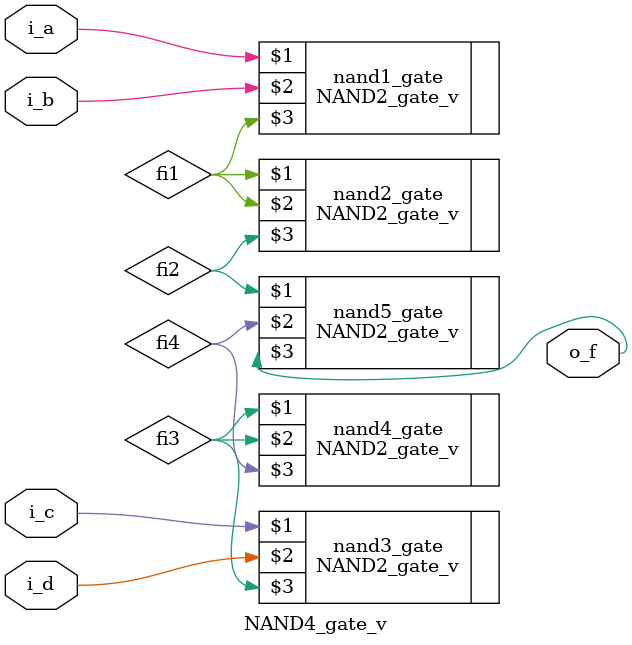
<source format=v>

   
  // assign o_f = ~(i_a & i_b & i_c & i_d);
  
// endmodule


// ////////////////////////////////
// // Behavior Model
// ////////////////////////////////
// module NAND4_gate_v
// // module nand4_gate_v__behavior
  // (input i_a, i_b, i_c, i_d,
   // output o_f);
   
  // assign o_f = i_a & i_b & i_c & i_d ? 0 : 1;
  // // assign o_f = 0 ? i_a & i_b & i_c & i_d : 1;
  // // assign o_f = 0 ? i_a  : 1;
  
// endmodule



////////////////////////////////
// Component Model - Self
////////////////////////////////
module NAND4_gate_v
// module nand4_gate_v__cmpnt_self
  (input i_a, i_b, i_c, i_d,
  output o_f);
   
  wire fi1, fi2, fi3, fi4; // internal outputs
   
  NAND2_gate_v nand1_gate (i_a, i_b, fi1);
  NAND2_gate_v nand2_gate (fi1, fi1, fi2); // NOT
  NAND2_gate_v nand3_gate (i_c, i_d, fi3);
  NAND2_gate_v nand4_gate (fi3, fi3, fi4); // NOT
  NAND2_gate_v nand5_gate (fi2, fi4, o_f);
    
endmodule


// ////////////////////////////
// // Component Model - Primative
// ////////////////////////////
// module NAND4_gate_v
// // module nand4_gate_v__cmpnt_prim
  // (input i_a, i_b, i_c, i_d,
  // output o_f);
   
  // wire fi1, fi2, fi3; // internal outputs
   
  // AND2_gate_v and1_gate (i_a, i_b, fi1);
  // AND2_gate_v and2_gate (i_c, i_d, fi2);
  // AND2_gate_v and3_gate (fi1, fi2, fi3);
  // not1_gate_v not1_gate (fi3, o_f);

    
// endmodule






</source>
